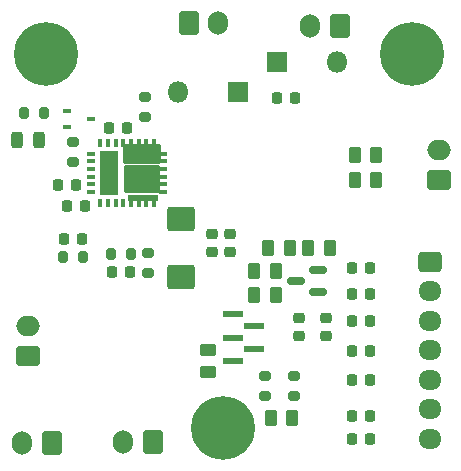
<source format=gbr>
%TF.GenerationSoftware,KiCad,Pcbnew,(6.0.1)*%
%TF.CreationDate,2022-03-12T23:59:44-07:00*%
%TF.ProjectId,PowerBackup,506f7765-7242-4616-936b-75702e6b6963,rev?*%
%TF.SameCoordinates,Original*%
%TF.FileFunction,Soldermask,Top*%
%TF.FilePolarity,Negative*%
%FSLAX46Y46*%
G04 Gerber Fmt 4.6, Leading zero omitted, Abs format (unit mm)*
G04 Created by KiCad (PCBNEW (6.0.1)) date 2022-03-12 23:59:44*
%MOMM*%
%LPD*%
G01*
G04 APERTURE LIST*
G04 Aperture macros list*
%AMRoundRect*
0 Rectangle with rounded corners*
0 $1 Rounding radius*
0 $2 $3 $4 $5 $6 $7 $8 $9 X,Y pos of 4 corners*
0 Add a 4 corners polygon primitive as box body*
4,1,4,$2,$3,$4,$5,$6,$7,$8,$9,$2,$3,0*
0 Add four circle primitives for the rounded corners*
1,1,$1+$1,$2,$3*
1,1,$1+$1,$4,$5*
1,1,$1+$1,$6,$7*
1,1,$1+$1,$8,$9*
0 Add four rect primitives between the rounded corners*
20,1,$1+$1,$2,$3,$4,$5,0*
20,1,$1+$1,$4,$5,$6,$7,0*
20,1,$1+$1,$6,$7,$8,$9,0*
20,1,$1+$1,$8,$9,$2,$3,0*%
G04 Aperture macros list end*
%ADD10RoundRect,0.250000X0.262500X0.450000X-0.262500X0.450000X-0.262500X-0.450000X0.262500X-0.450000X0*%
%ADD11R,1.750000X0.600000*%
%ADD12RoundRect,0.225000X0.225000X0.250000X-0.225000X0.250000X-0.225000X-0.250000X0.225000X-0.250000X0*%
%ADD13R,1.800000X1.800000*%
%ADD14O,1.800000X1.800000*%
%ADD15RoundRect,0.250000X0.750000X-0.600000X0.750000X0.600000X-0.750000X0.600000X-0.750000X-0.600000X0*%
%ADD16O,2.000000X1.700000*%
%ADD17RoundRect,0.200000X0.275000X-0.200000X0.275000X0.200000X-0.275000X0.200000X-0.275000X-0.200000X0*%
%ADD18RoundRect,0.200000X0.200000X0.275000X-0.200000X0.275000X-0.200000X-0.275000X0.200000X-0.275000X0*%
%ADD19RoundRect,0.225000X-0.225000X-0.250000X0.225000X-0.250000X0.225000X0.250000X-0.225000X0.250000X0*%
%ADD20RoundRect,0.200000X-0.200000X-0.275000X0.200000X-0.275000X0.200000X0.275000X-0.200000X0.275000X0*%
%ADD21RoundRect,0.150000X0.587500X0.150000X-0.587500X0.150000X-0.587500X-0.150000X0.587500X-0.150000X0*%
%ADD22RoundRect,0.250000X0.925000X-0.787500X0.925000X0.787500X-0.925000X0.787500X-0.925000X-0.787500X0*%
%ADD23RoundRect,0.250000X-0.262500X-0.450000X0.262500X-0.450000X0.262500X0.450000X-0.262500X0.450000X0*%
%ADD24R,0.299974X0.704800*%
%ADD25C,0.700000*%
%ADD26R,1.600000X3.700000*%
%ADD27R,2.600000X0.470000*%
%ADD28R,0.704800X0.299974*%
%ADD29RoundRect,0.046200X1.481300X-1.108800X1.481300X1.108800X-1.481300X1.108800X-1.481300X-1.108800X0*%
%ADD30RoundRect,0.032000X1.551500X-0.768000X1.551500X0.768000X-1.551500X0.768000X-1.551500X-0.768000X0*%
%ADD31RoundRect,0.225000X-0.250000X0.225000X-0.250000X-0.225000X0.250000X-0.225000X0.250000X0.225000X0*%
%ADD32RoundRect,0.200000X-0.275000X0.200000X-0.275000X-0.200000X0.275000X-0.200000X0.275000X0.200000X0*%
%ADD33RoundRect,0.250000X-0.450000X0.262500X-0.450000X-0.262500X0.450000X-0.262500X0.450000X0.262500X0*%
%ADD34RoundRect,0.250000X0.600000X0.750000X-0.600000X0.750000X-0.600000X-0.750000X0.600000X-0.750000X0*%
%ADD35O,1.700000X2.000000*%
%ADD36R,0.700000X0.450000*%
%ADD37RoundRect,0.250000X-0.725000X0.600000X-0.725000X-0.600000X0.725000X-0.600000X0.725000X0.600000X0*%
%ADD38O,1.950000X1.700000*%
%ADD39C,5.400000*%
%ADD40RoundRect,0.250000X-0.600000X-0.750000X0.600000X-0.750000X0.600000X0.750000X-0.600000X0.750000X0*%
%ADD41RoundRect,0.243750X-0.243750X-0.456250X0.243750X-0.456250X0.243750X0.456250X-0.243750X0.456250X0*%
%ADD42RoundRect,0.225000X0.250000X-0.225000X0.250000X0.225000X-0.250000X0.225000X-0.250000X-0.225000X0*%
G04 APERTURE END LIST*
D10*
%TO.C,R16*%
X143037500Y-93050000D03*
X141212500Y-93050000D03*
%TD*%
D11*
%TO.C,J4*%
X130925000Y-104400000D03*
X132675000Y-105400000D03*
X130925000Y-106400000D03*
X132675000Y-107400000D03*
X130925000Y-108400000D03*
%TD*%
D12*
%TO.C,C12*%
X121933000Y-88646000D03*
X120383000Y-88646000D03*
%TD*%
D13*
%TO.C,D1*%
X134635000Y-83100000D03*
D14*
X139715000Y-83100000D03*
%TD*%
D15*
%TO.C,J6*%
X148325000Y-93025000D03*
D16*
X148325000Y-90525000D03*
%TD*%
D17*
%TO.C,R23*%
X117348000Y-91503000D03*
X117348000Y-89853000D03*
%TD*%
D18*
%TO.C,R18*%
X114871000Y-87376000D03*
X113221000Y-87376000D03*
%TD*%
D19*
%TO.C,C1*%
X140975000Y-115019236D03*
X142525000Y-115019236D03*
%TD*%
%TO.C,C6*%
X140975000Y-102750000D03*
X142525000Y-102750000D03*
%TD*%
D15*
%TO.C,J8*%
X113521000Y-107930000D03*
D16*
X113521000Y-105430000D03*
%TD*%
D20*
%TO.C,R20*%
X116523000Y-99568000D03*
X118173000Y-99568000D03*
%TD*%
D19*
%TO.C,C7*%
X140975000Y-100500000D03*
X142525000Y-100500000D03*
%TD*%
D21*
%TO.C,Q1*%
X138137500Y-102550000D03*
X138137500Y-100650000D03*
X136262500Y-101600000D03*
%TD*%
D22*
%TO.C,C18*%
X126492000Y-96343500D03*
X126492000Y-101268500D03*
%TD*%
D23*
%TO.C,R11*%
X133887500Y-98800000D03*
X135712500Y-98800000D03*
%TD*%
D19*
%TO.C,C10*%
X134607000Y-86106000D03*
X136157000Y-86106000D03*
%TD*%
D17*
%TO.C,R21*%
X123700000Y-100925000D03*
X123700000Y-99275000D03*
%TD*%
D24*
%TO.C,U2*%
X119671001Y-95008400D03*
X120320999Y-95008400D03*
D25*
X119946000Y-93556000D03*
X119946000Y-91356000D03*
X120746000Y-91356000D03*
X120746000Y-93556000D03*
D26*
X120396000Y-92456000D03*
D24*
X120971001Y-95008400D03*
X121620999Y-95008400D03*
X122271001Y-95008400D03*
D27*
X123256000Y-94576000D03*
D24*
X122920999Y-95008400D03*
X123571001Y-95008400D03*
X124220999Y-95008400D03*
D28*
X124998399Y-94081001D03*
X124998399Y-93430999D03*
X124998399Y-92781001D03*
D25*
X122126000Y-92956000D03*
D29*
X123173500Y-92961000D03*
D25*
X123086000Y-92956000D03*
X124046000Y-92936000D03*
D28*
X124998399Y-92130999D03*
X124998399Y-91481001D03*
X124998399Y-90830999D03*
D25*
X122116000Y-90806000D03*
X123076000Y-90806000D03*
X124036000Y-90786000D03*
D24*
X124220999Y-89903600D03*
D30*
X123232500Y-90856000D03*
D24*
X123571001Y-89903600D03*
X122920999Y-89903600D03*
X122271001Y-89903600D03*
X121620999Y-89903600D03*
X120971001Y-89903600D03*
X120320999Y-89903600D03*
X119671001Y-89903600D03*
D28*
X118893601Y-90830999D03*
X118893601Y-91481001D03*
X118893601Y-92130999D03*
X118893601Y-92781001D03*
X118893601Y-93430999D03*
X118893601Y-94081001D03*
%TD*%
D31*
%TO.C,C9*%
X136500000Y-104725000D03*
X136500000Y-106275000D03*
%TD*%
D13*
%TO.C,D2*%
X131365000Y-85600000D03*
D14*
X126285000Y-85600000D03*
%TD*%
D31*
%TO.C,C8*%
X138750000Y-104725000D03*
X138750000Y-106275000D03*
%TD*%
D32*
%TO.C,R9*%
X136087500Y-109675000D03*
X136087500Y-111325000D03*
%TD*%
D23*
%TO.C,R13*%
X132687500Y-102800000D03*
X134512500Y-102800000D03*
%TD*%
D19*
%TO.C,C3*%
X140975000Y-110000000D03*
X142525000Y-110000000D03*
%TD*%
D33*
%TO.C,TH1*%
X128800000Y-107487500D03*
X128800000Y-109312500D03*
%TD*%
D19*
%TO.C,C5*%
X140975000Y-105000000D03*
X142525000Y-105000000D03*
%TD*%
%TO.C,C4*%
X140975000Y-107500000D03*
X142525000Y-107500000D03*
%TD*%
D23*
%TO.C,R15*%
X132687500Y-100800000D03*
X134512500Y-100800000D03*
%TD*%
D34*
%TO.C,J9*%
X124100000Y-115275000D03*
D35*
X121600000Y-115275000D03*
%TD*%
D36*
%TO.C,D4*%
X116856000Y-87234000D03*
X116856000Y-88534000D03*
X118856000Y-87884000D03*
%TD*%
D17*
%TO.C,R19*%
X123444000Y-87693000D03*
X123444000Y-86043000D03*
%TD*%
D10*
%TO.C,R17*%
X143037500Y-90925000D03*
X141212500Y-90925000D03*
%TD*%
D37*
%TO.C,J2*%
X147628764Y-99960836D03*
D38*
X147628764Y-102460836D03*
X147628764Y-104960836D03*
X147628764Y-107460836D03*
X147628764Y-109960836D03*
X147628764Y-112460836D03*
X147628764Y-114960836D03*
%TD*%
D39*
%TO.C,H3*%
X130048000Y-114046000D03*
%TD*%
%TO.C,H1*%
X115062000Y-82423000D03*
%TD*%
D40*
%TO.C,J7*%
X127150000Y-79775000D03*
D35*
X129650000Y-79775000D03*
%TD*%
D10*
%TO.C,R8*%
X139112500Y-98800000D03*
X137287500Y-98800000D03*
%TD*%
%TO.C,R10*%
X135912500Y-113250000D03*
X134087500Y-113250000D03*
%TD*%
D12*
%TO.C,C25*%
X117615000Y-93472000D03*
X116065000Y-93472000D03*
%TD*%
D18*
%TO.C,R22*%
X122237000Y-99314000D03*
X120587000Y-99314000D03*
%TD*%
D19*
%TO.C,C2*%
X140975000Y-113000000D03*
X142525000Y-113000000D03*
%TD*%
D32*
%TO.C,R12*%
X133587500Y-109675000D03*
X133587500Y-111325000D03*
%TD*%
D39*
%TO.C,H2*%
X146050000Y-82423000D03*
%TD*%
D12*
%TO.C,C15*%
X122187000Y-100850000D03*
X120637000Y-100850000D03*
%TD*%
%TO.C,C14*%
X118123000Y-98044000D03*
X116573000Y-98044000D03*
%TD*%
D34*
%TO.C,J10*%
X115550000Y-115333000D03*
D35*
X113050000Y-115333000D03*
%TD*%
D41*
%TO.C,D3*%
X112600500Y-89662000D03*
X114475500Y-89662000D03*
%TD*%
D42*
%TO.C,C17*%
X130650000Y-99150000D03*
X130650000Y-97600000D03*
%TD*%
D12*
%TO.C,C11*%
X118390000Y-95250000D03*
X116840000Y-95250000D03*
%TD*%
D42*
%TO.C,C16*%
X129150000Y-99150000D03*
X129150000Y-97600000D03*
%TD*%
D34*
%TO.C,J1*%
X139954000Y-80010000D03*
D35*
X137454000Y-80010000D03*
%TD*%
M02*

</source>
